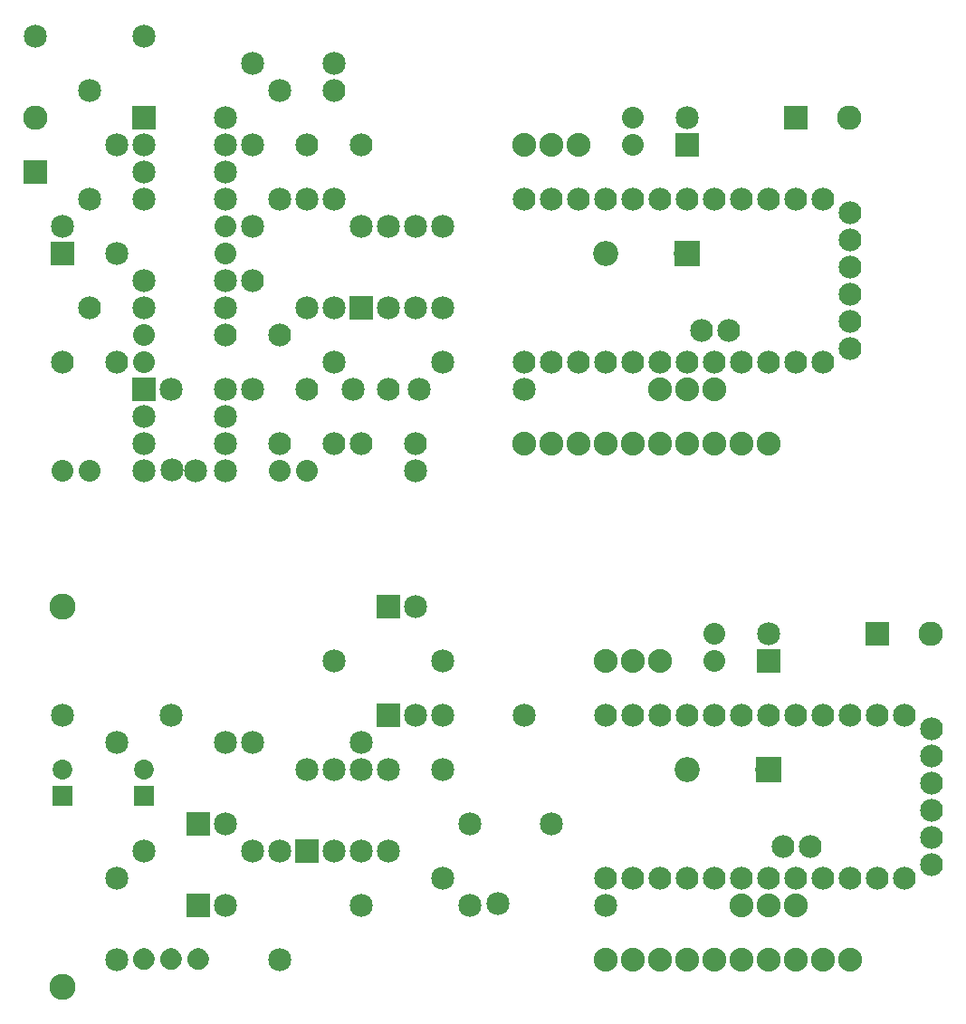
<source format=gbs>
G04 MADE WITH FRITZING*
G04 WWW.FRITZING.ORG*
G04 DOUBLE SIDED*
G04 HOLES PLATED*
G04 CONTOUR ON CENTER OF CONTOUR VECTOR*
%ASAXBY*%
%FSLAX23Y23*%
%MOIN*%
%OFA0B0*%
%SFA1.0B1.0*%
%ADD10C,0.084000*%
%ADD11C,0.085000*%
%ADD12C,0.088000*%
%ADD13C,0.090000*%
%ADD14C,0.092000*%
%ADD15C,0.080000*%
%ADD16C,0.072992*%
%ADD17C,0.096614*%
%ADD18R,0.090000X0.090000*%
%ADD19R,0.092000X0.092000*%
%ADD20R,0.085000X0.085000*%
%ADD21R,0.072992X0.072992*%
%ADD22R,0.001000X0.001000*%
%LNMASK0*%
G90*
G70*
G54D10*
X3215Y2491D03*
X3215Y2591D03*
X3215Y2691D03*
X3215Y2791D03*
X3215Y2891D03*
X3215Y2991D03*
X3115Y2441D03*
X3015Y2441D03*
X2915Y2441D03*
X2815Y2441D03*
X2715Y2441D03*
X2770Y2556D03*
X2670Y2556D03*
X2615Y2441D03*
X2515Y2441D03*
X2415Y2441D03*
X2315Y2441D03*
X2215Y2441D03*
X2115Y2441D03*
X2015Y2441D03*
X2015Y3041D03*
X2115Y3041D03*
X2215Y3041D03*
X2315Y3041D03*
X2415Y3041D03*
X2515Y3041D03*
X2615Y3041D03*
X2715Y3041D03*
X2815Y3041D03*
X2915Y3041D03*
X3015Y3041D03*
X3115Y3041D03*
G54D11*
X1815Y741D03*
X2115Y741D03*
G54D12*
X2015Y2141D03*
X2115Y2141D03*
X2215Y2141D03*
X2315Y2141D03*
X2415Y2141D03*
X2515Y2141D03*
X2615Y2141D03*
X2715Y2141D03*
X2815Y2141D03*
X2915Y2141D03*
X2015Y3241D03*
X2115Y3241D03*
X2215Y3241D03*
G54D13*
X215Y3141D03*
X215Y3338D03*
X3015Y3341D03*
X3212Y3341D03*
G54D10*
X3515Y591D03*
X3515Y691D03*
X3515Y791D03*
X3515Y891D03*
X3515Y991D03*
X3515Y1091D03*
X3415Y541D03*
X3315Y541D03*
X3215Y541D03*
X3115Y541D03*
X3015Y541D03*
X3070Y656D03*
X2970Y656D03*
X2915Y541D03*
X2815Y541D03*
X2715Y541D03*
X2615Y541D03*
X2515Y541D03*
X2415Y541D03*
X2315Y541D03*
X2315Y1141D03*
X2415Y1141D03*
X2515Y1141D03*
X2615Y1141D03*
X2715Y1141D03*
X2815Y1141D03*
X2915Y1141D03*
X3015Y1141D03*
X3115Y1141D03*
X3215Y1141D03*
X3315Y1141D03*
X3415Y1141D03*
G54D14*
X2613Y2841D03*
X2315Y2841D03*
G54D12*
X2315Y241D03*
X2415Y241D03*
X2515Y241D03*
X2615Y241D03*
X2715Y241D03*
X2815Y241D03*
X2915Y241D03*
X3015Y241D03*
X3115Y241D03*
X3215Y241D03*
X2315Y1341D03*
X2415Y1341D03*
X2515Y1341D03*
G54D11*
X2615Y3241D03*
X2615Y3341D03*
G54D13*
X3315Y1441D03*
X3512Y1441D03*
G54D15*
X2415Y3241D03*
X2415Y3341D03*
G54D11*
X1415Y2641D03*
X1415Y2941D03*
X1515Y2641D03*
X1515Y2941D03*
X1615Y2641D03*
X1615Y2941D03*
X1715Y2641D03*
X1715Y2941D03*
X615Y3341D03*
X915Y3341D03*
X615Y3241D03*
X915Y3241D03*
X615Y3141D03*
X915Y3141D03*
X615Y3041D03*
X915Y3041D03*
X615Y2341D03*
X915Y2341D03*
X615Y2241D03*
X915Y2241D03*
X615Y2141D03*
X915Y2141D03*
X615Y2041D03*
X915Y2041D03*
X1628Y2341D03*
X2015Y2341D03*
G54D14*
X2913Y941D03*
X2615Y941D03*
G54D12*
X2515Y2341D03*
X2615Y2341D03*
X2715Y2341D03*
G54D11*
X1715Y2441D03*
X1315Y2441D03*
X1315Y2641D03*
X1315Y3041D03*
X2915Y1341D03*
X2915Y1441D03*
G54D10*
X1415Y2141D03*
X1515Y2341D03*
X1615Y2141D03*
X1115Y2141D03*
X1215Y2341D03*
X1315Y2141D03*
X315Y2441D03*
X415Y2641D03*
X515Y2441D03*
X915Y2541D03*
X1015Y2741D03*
X1115Y2541D03*
X1215Y3241D03*
X1315Y3441D03*
X1415Y3241D03*
G54D11*
X1215Y2641D03*
X1215Y3041D03*
G54D15*
X2715Y1341D03*
X2715Y1441D03*
G54D11*
X1115Y3041D03*
X1115Y3441D03*
X1215Y641D03*
X1215Y941D03*
X1315Y641D03*
X1315Y941D03*
X1415Y641D03*
X1415Y941D03*
X1515Y641D03*
X1515Y941D03*
X215Y3641D03*
X615Y3641D03*
X315Y2841D03*
X315Y2941D03*
X515Y2841D03*
X515Y3241D03*
G54D16*
X615Y843D03*
X615Y941D03*
G54D11*
X415Y3041D03*
X415Y3441D03*
X1920Y446D03*
X2315Y441D03*
G54D12*
X2815Y441D03*
X2915Y441D03*
X3015Y441D03*
G54D11*
X615Y2641D03*
X915Y2641D03*
X1015Y2941D03*
X1015Y3241D03*
X1015Y3541D03*
X1315Y3541D03*
G54D15*
X915Y2841D03*
X915Y2941D03*
X615Y2441D03*
X615Y2541D03*
G54D16*
X315Y843D03*
X315Y941D03*
G54D11*
X515Y1041D03*
X915Y1041D03*
X315Y1141D03*
X715Y1141D03*
X615Y2741D03*
X915Y2741D03*
G54D15*
X315Y2041D03*
X415Y2041D03*
G54D11*
X815Y441D03*
X915Y441D03*
X1415Y441D03*
X1815Y441D03*
G54D15*
X1115Y2041D03*
X1215Y2041D03*
G54D11*
X718Y2044D03*
X715Y2341D03*
X1115Y641D03*
X1115Y241D03*
X615Y641D03*
X1015Y641D03*
X815Y741D03*
X915Y741D03*
X806Y2038D03*
X1615Y2041D03*
X515Y241D03*
X515Y541D03*
X1515Y1141D03*
X1615Y1141D03*
X1715Y941D03*
X1715Y541D03*
X1715Y1141D03*
X2015Y1141D03*
X1015Y1041D03*
X1415Y1041D03*
X1315Y1341D03*
X1715Y1341D03*
X1515Y1541D03*
X1615Y1541D03*
G54D17*
X315Y1541D03*
X315Y141D03*
G54D11*
X1015Y2341D03*
X1385Y2341D03*
G54D18*
X215Y3141D03*
X3015Y3341D03*
G54D19*
X2614Y2841D03*
G54D20*
X2615Y3241D03*
G54D18*
X3315Y1441D03*
G54D20*
X1415Y2641D03*
X615Y3341D03*
X615Y2341D03*
G54D19*
X2914Y941D03*
G54D20*
X2915Y1341D03*
X1215Y641D03*
X315Y2841D03*
G54D21*
X615Y843D03*
X315Y843D03*
G54D20*
X815Y441D03*
X815Y741D03*
X1515Y1141D03*
X1515Y1541D03*
G54D22*
X608Y281D02*
X621Y281D01*
X708Y281D02*
X721Y281D01*
X808Y281D02*
X821Y281D01*
X605Y280D02*
X625Y280D01*
X705Y280D02*
X725Y280D01*
X805Y280D02*
X825Y280D01*
X602Y279D02*
X627Y279D01*
X702Y279D02*
X727Y279D01*
X802Y279D02*
X827Y279D01*
X600Y278D02*
X630Y278D01*
X700Y278D02*
X730Y278D01*
X800Y278D02*
X830Y278D01*
X598Y277D02*
X632Y277D01*
X698Y277D02*
X732Y277D01*
X798Y277D02*
X832Y277D01*
X596Y276D02*
X633Y276D01*
X696Y276D02*
X733Y276D01*
X796Y276D02*
X833Y276D01*
X595Y275D02*
X635Y275D01*
X695Y275D02*
X735Y275D01*
X795Y275D02*
X835Y275D01*
X593Y274D02*
X636Y274D01*
X693Y274D02*
X736Y274D01*
X793Y274D02*
X836Y274D01*
X592Y273D02*
X638Y273D01*
X692Y273D02*
X738Y273D01*
X792Y273D02*
X838Y273D01*
X591Y272D02*
X639Y272D01*
X691Y272D02*
X739Y272D01*
X791Y272D02*
X839Y272D01*
X590Y271D02*
X640Y271D01*
X690Y271D02*
X740Y271D01*
X790Y271D02*
X840Y271D01*
X588Y270D02*
X641Y270D01*
X688Y270D02*
X741Y270D01*
X788Y270D02*
X841Y270D01*
X587Y269D02*
X642Y269D01*
X687Y269D02*
X742Y269D01*
X787Y269D02*
X842Y269D01*
X587Y268D02*
X643Y268D01*
X687Y268D02*
X743Y268D01*
X787Y268D02*
X843Y268D01*
X586Y267D02*
X644Y267D01*
X686Y267D02*
X744Y267D01*
X786Y267D02*
X844Y267D01*
X585Y266D02*
X645Y266D01*
X685Y266D02*
X745Y266D01*
X785Y266D02*
X845Y266D01*
X584Y265D02*
X646Y265D01*
X684Y265D02*
X746Y265D01*
X784Y265D02*
X846Y265D01*
X583Y264D02*
X646Y264D01*
X683Y264D02*
X746Y264D01*
X783Y264D02*
X846Y264D01*
X582Y263D02*
X647Y263D01*
X682Y263D02*
X747Y263D01*
X782Y263D02*
X847Y263D01*
X582Y262D02*
X648Y262D01*
X682Y262D02*
X748Y262D01*
X782Y262D02*
X848Y262D01*
X581Y261D02*
X648Y261D01*
X681Y261D02*
X748Y261D01*
X781Y261D02*
X848Y261D01*
X581Y260D02*
X649Y260D01*
X681Y260D02*
X749Y260D01*
X781Y260D02*
X849Y260D01*
X580Y259D02*
X650Y259D01*
X680Y259D02*
X750Y259D01*
X780Y259D02*
X850Y259D01*
X579Y258D02*
X650Y258D01*
X679Y258D02*
X750Y258D01*
X779Y258D02*
X850Y258D01*
X579Y257D02*
X651Y257D01*
X679Y257D02*
X751Y257D01*
X779Y257D02*
X851Y257D01*
X578Y256D02*
X651Y256D01*
X678Y256D02*
X751Y256D01*
X778Y256D02*
X851Y256D01*
X578Y255D02*
X651Y255D01*
X678Y255D02*
X751Y255D01*
X778Y255D02*
X851Y255D01*
X578Y254D02*
X652Y254D01*
X678Y254D02*
X752Y254D01*
X778Y254D02*
X852Y254D01*
X577Y253D02*
X652Y253D01*
X677Y253D02*
X752Y253D01*
X777Y253D02*
X852Y253D01*
X577Y252D02*
X653Y252D01*
X677Y252D02*
X753Y252D01*
X777Y252D02*
X853Y252D01*
X577Y251D02*
X653Y251D01*
X677Y251D02*
X753Y251D01*
X777Y251D02*
X853Y251D01*
X576Y250D02*
X653Y250D01*
X676Y250D02*
X753Y250D01*
X776Y250D02*
X853Y250D01*
X576Y249D02*
X653Y249D01*
X676Y249D02*
X753Y249D01*
X776Y249D02*
X853Y249D01*
X576Y248D02*
X654Y248D01*
X676Y248D02*
X754Y248D01*
X776Y248D02*
X854Y248D01*
X576Y247D02*
X654Y247D01*
X676Y247D02*
X754Y247D01*
X776Y247D02*
X854Y247D01*
X576Y246D02*
X654Y246D01*
X676Y246D02*
X754Y246D01*
X776Y246D02*
X854Y246D01*
X575Y245D02*
X654Y245D01*
X675Y245D02*
X754Y245D01*
X775Y245D02*
X854Y245D01*
X575Y244D02*
X654Y244D01*
X675Y244D02*
X754Y244D01*
X775Y244D02*
X854Y244D01*
X575Y243D02*
X654Y243D01*
X675Y243D02*
X754Y243D01*
X775Y243D02*
X854Y243D01*
X575Y242D02*
X654Y242D01*
X675Y242D02*
X754Y242D01*
X775Y242D02*
X854Y242D01*
X575Y241D02*
X654Y241D01*
X675Y241D02*
X754Y241D01*
X775Y241D02*
X854Y241D01*
X575Y240D02*
X654Y240D01*
X675Y240D02*
X754Y240D01*
X775Y240D02*
X854Y240D01*
X575Y239D02*
X654Y239D01*
X675Y239D02*
X754Y239D01*
X775Y239D02*
X854Y239D01*
X576Y238D02*
X654Y238D01*
X676Y238D02*
X754Y238D01*
X776Y238D02*
X854Y238D01*
X576Y237D02*
X654Y237D01*
X676Y237D02*
X754Y237D01*
X776Y237D02*
X854Y237D01*
X576Y236D02*
X654Y236D01*
X676Y236D02*
X754Y236D01*
X776Y236D02*
X854Y236D01*
X576Y235D02*
X653Y235D01*
X676Y235D02*
X753Y235D01*
X776Y235D02*
X853Y235D01*
X576Y234D02*
X653Y234D01*
X676Y234D02*
X753Y234D01*
X776Y234D02*
X853Y234D01*
X577Y233D02*
X653Y233D01*
X677Y233D02*
X753Y233D01*
X777Y233D02*
X853Y233D01*
X577Y232D02*
X653Y232D01*
X677Y232D02*
X753Y232D01*
X777Y232D02*
X853Y232D01*
X577Y231D02*
X652Y231D01*
X677Y231D02*
X752Y231D01*
X777Y231D02*
X852Y231D01*
X578Y230D02*
X652Y230D01*
X678Y230D02*
X752Y230D01*
X778Y230D02*
X852Y230D01*
X578Y229D02*
X652Y229D01*
X678Y229D02*
X752Y229D01*
X778Y229D02*
X852Y229D01*
X578Y228D02*
X651Y228D01*
X678Y228D02*
X751Y228D01*
X778Y228D02*
X851Y228D01*
X579Y227D02*
X651Y227D01*
X679Y227D02*
X751Y227D01*
X779Y227D02*
X851Y227D01*
X579Y226D02*
X650Y226D01*
X679Y226D02*
X750Y226D01*
X779Y226D02*
X850Y226D01*
X580Y225D02*
X650Y225D01*
X680Y225D02*
X750Y225D01*
X780Y225D02*
X850Y225D01*
X580Y224D02*
X649Y224D01*
X680Y224D02*
X749Y224D01*
X780Y224D02*
X849Y224D01*
X581Y223D02*
X649Y223D01*
X681Y223D02*
X749Y223D01*
X781Y223D02*
X849Y223D01*
X582Y222D02*
X648Y222D01*
X682Y222D02*
X748Y222D01*
X782Y222D02*
X848Y222D01*
X582Y221D02*
X647Y221D01*
X682Y221D02*
X747Y221D01*
X782Y221D02*
X847Y221D01*
X583Y220D02*
X647Y220D01*
X683Y220D02*
X747Y220D01*
X783Y220D02*
X847Y220D01*
X584Y219D02*
X646Y219D01*
X684Y219D02*
X746Y219D01*
X784Y219D02*
X846Y219D01*
X584Y218D02*
X645Y218D01*
X684Y218D02*
X745Y218D01*
X784Y218D02*
X845Y218D01*
X585Y217D02*
X644Y217D01*
X685Y217D02*
X744Y217D01*
X785Y217D02*
X844Y217D01*
X586Y216D02*
X643Y216D01*
X686Y216D02*
X743Y216D01*
X786Y216D02*
X843Y216D01*
X587Y215D02*
X642Y215D01*
X687Y215D02*
X742Y215D01*
X787Y215D02*
X842Y215D01*
X588Y214D02*
X641Y214D01*
X688Y214D02*
X741Y214D01*
X788Y214D02*
X841Y214D01*
X589Y213D02*
X640Y213D01*
X689Y213D02*
X740Y213D01*
X789Y213D02*
X840Y213D01*
X590Y212D02*
X639Y212D01*
X690Y212D02*
X739Y212D01*
X790Y212D02*
X839Y212D01*
X591Y211D02*
X638Y211D01*
X691Y211D02*
X738Y211D01*
X791Y211D02*
X838Y211D01*
X593Y210D02*
X637Y210D01*
X693Y210D02*
X737Y210D01*
X793Y210D02*
X837Y210D01*
X594Y209D02*
X635Y209D01*
X694Y209D02*
X735Y209D01*
X794Y209D02*
X835Y209D01*
X596Y208D02*
X634Y208D01*
X696Y208D02*
X734Y208D01*
X796Y208D02*
X834Y208D01*
X597Y207D02*
X632Y207D01*
X697Y207D02*
X732Y207D01*
X797Y207D02*
X832Y207D01*
X599Y206D02*
X630Y206D01*
X699Y206D02*
X730Y206D01*
X799Y206D02*
X830Y206D01*
X601Y205D02*
X628Y205D01*
X701Y205D02*
X728Y205D01*
X801Y205D02*
X828Y205D01*
X604Y204D02*
X626Y204D01*
X704Y204D02*
X726Y204D01*
X804Y204D02*
X826Y204D01*
X607Y203D02*
X623Y203D01*
X707Y203D02*
X723Y203D01*
X807Y203D02*
X823Y203D01*
X612Y202D02*
X617Y202D01*
X712Y202D02*
X717Y202D01*
X812Y202D02*
X817Y202D01*
D02*
G04 End of Mask0*
M02*
</source>
